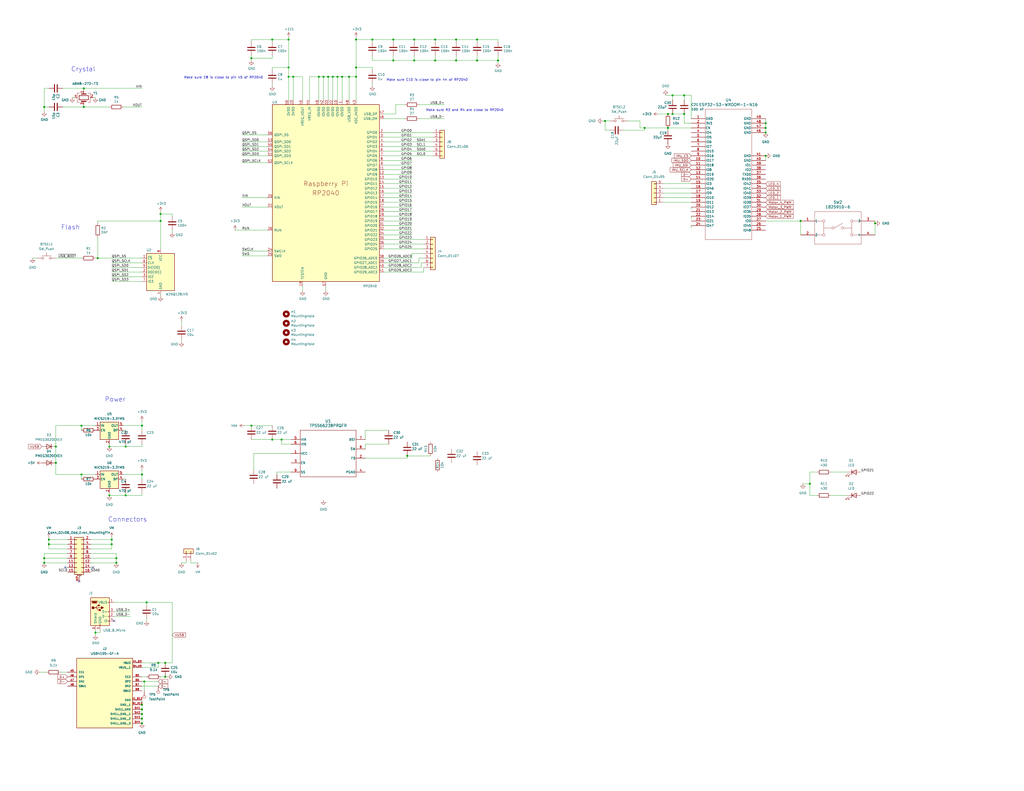
<source format=kicad_sch>
(kicad_sch (version 20250114) (generator "eeschema") (generator_version "9.0")
  (paper "C")
  (text "Make sure C8 is close to pin 45 of RP2040" (at 100.33 43.18 0) (effects (font (size 1.27 1.27)) (justify left bottom)))
  (text "Crystal" (at 38.735 39.37 0) (effects (font (size 2.54 2.54)) (justify left bottom)))
  (text "Make sure R3 and R4 are close to RP2040" (at 232.41 60.96 0) (effects (font (size 1.27 1.27)) (justify left bottom)))
  (text "Make sure C10 is close to pin 44 of RP2040" (at 210.82 44.45 0) (effects (font (size 1.27 1.27)) (justify left bottom)))
  (text "Flash" (at 33.274 125.73 0) (effects (font (size 2.54 2.54)) (justify left bottom)))
  (text "Power" (at 57.15 219.71 0) (effects (font (size 2.54 2.54)) (justify left bottom)))
  (text "Connectors\n" (at 58.928 285.242 0) (effects (font (size 2.54 2.54)) (justify left bottom)))
  (junction (at 45.72 48.26))
  (junction (at 186.69 41.91))
  (junction (at 24.13 307.34))
  (junction (at 248.92 33.02))
  (junction (at 417.83 72.39))
  (junction (at 26.67 294.64))
  (junction (at 157.48 41.91))
  (junction (at 87.63 120.65))
  (junction (at 367.03 62.23))
  (junction (at 237.49 21.59))
  (junction (at 364.49 62.23))
  (junction (at 190.5 41.91))
  (junction (at 148.59 21.59))
  (junction (at 86.36 361.95))
  (junction (at 179.07 41.91))
  (junction (at 214.63 21.59))
  (junction (at 226.06 33.02))
  (junction (at 194.31 21.59))
  (junction (at 53.34 140.97))
  (junction (at 90.17 369.57))
  (junction (at 181.61 41.91))
  (junction (at 214.63 33.02))
  (junction (at 30.48 243.84))
  (junction (at 24.13 304.8))
  (junction (at 248.92 21.59))
  (junction (at 59.69 270.51))
  (junction (at 441.96 264.16))
  (junction (at 52.07 345.44))
  (junction (at 373.38 62.23))
  (junction (at 153.67 240.03))
  (junction (at 417.83 85.09))
  (junction (at 364.49 69.85))
  (junction (at 373.38 52.07))
  (junction (at 137.16 31.75))
  (junction (at 60.96 294.64))
  (junction (at 330.2 66.04))
  (junction (at 90.17 361.95))
  (junction (at 45.72 58.42))
  (junction (at 63.5 307.34))
  (junction (at 184.15 41.91))
  (junction (at 30.48 252.73))
  (junction (at 160.02 41.91))
  (junction (at 77.47 389.89))
  (junction (at 417.83 69.85))
  (junction (at 60.96 297.18))
  (junction (at 176.53 41.91))
  (junction (at 68.58 270.51))
  (junction (at 157.48 21.59))
  (junction (at 260.35 33.02))
  (junction (at 77.47 259.08))
  (junction (at 137.16 232.41))
  (junction (at 173.99 41.91))
  (junction (at 226.06 21.59))
  (junction (at 148.59 240.03))
  (junction (at 222.25 248.92))
  (junction (at 24.13 58.42))
  (junction (at 59.69 243.84))
  (junction (at 87.63 116.84))
  (junction (at 157.48 36.83))
  (junction (at 77.47 387.35))
  (junction (at 436.88 120.65))
  (junction (at 44.45 259.08))
  (junction (at 271.78 33.02))
  (junction (at 194.31 36.83))
  (junction (at 203.2 21.59))
  (junction (at 417.83 67.31))
  (junction (at 77.47 394.97))
  (junction (at 78.74 372.11))
  (junction (at 77.47 392.43))
  (junction (at 260.35 21.59))
  (junction (at 63.5 304.8))
  (junction (at 194.31 41.91))
  (junction (at 77.47 232.41))
  (junction (at 351.79 69.85))
  (junction (at 44.45 232.41))
  (junction (at 77.47 384.81))
  (junction (at 80.01 328.93))
  (junction (at 367.03 52.07))
  (junction (at 68.58 243.84))
  (junction (at 26.67 297.18))
  (junction (at 237.49 33.02))
  (junction (at 477.52 121.92))
  (no_connect (at 62.23 339.09))
  (no_connect (at 43.18 317.5))
  (no_connect (at 35.56 309.88))
  (no_connect (at 50.8 309.88))
  (wire (pts (xy 194.31 20.32) (xy 194.31 21.59)))
  (wire (pts (xy 34.29 48.26) (xy 45.72 48.26)))
  (wire (pts (xy 137.16 21.59) (xy 148.59 21.59)))
  (wire (pts (xy 209.55 62.23) (xy 215.9 62.23)))
  (wire (pts (xy 417.83 85.09) (xy 417.83 87.63)))
  (wire (pts (xy 68.58 243.84) (xy 68.58 242.57)))
  (wire (pts (xy 36.83 299.72) (xy 26.67 299.72)))
  (wire (pts (xy 59.69 270.51) (xy 59.69 269.24)))
  (wire (pts (xy 44.45 259.08) (xy 52.07 259.08)))
  (wire (pts (xy 24.13 302.26) (xy 24.13 304.8)))
  (wire (pts (xy 49.53 297.18) (xy 60.96 297.18)))
  (wire (pts (xy 237.49 21.59) (xy 248.92 21.59)))
  (wire (pts (xy 93.98 328.93) (xy 80.01 328.93)))
  (wire (pts (xy 30.48 243.84) (xy 30.48 252.73)))
  (wire (pts (xy 68.58 261.62) (xy 67.31 261.62)))
  (wire (pts (xy 60.96 299.72) (xy 60.96 297.18)))
  (wire (pts (xy 361.95 102.87) (xy 377.19 102.87)))
  (wire (pts (xy 86.36 361.95) (xy 90.17 361.95)))
  (wire (pts (xy 199.39 234.95) (xy 199.39 240.03)))
  (wire (pts (xy 78.74 377.19) (xy 78.74 372.11)))
  (wire (pts (xy 36.83 294.64) (xy 26.67 294.64)))
  (wire (pts (xy 441.96 257.81) (xy 441.96 264.16)))
  (wire (pts (xy 77.47 382.27) (xy 77.47 384.81)))
  (wire (pts (xy 209.55 148.59) (xy 231.14 148.59)))
  (wire (pts (xy 50.8 53.34) (xy 52.07 53.34)))
  (wire (pts (xy 45.72 57.15) (xy 45.72 58.42)))
  (wire (pts (xy 231.14 146.05) (xy 231.14 148.59)))
  (wire (pts (xy 52.07 344.17) (xy 52.07 345.44)))
  (wire (pts (xy 93.98 328.93) (xy 93.98 361.95)))
  (wire (pts (xy 438.15 264.16) (xy 441.96 264.16)))
  (wire (pts (xy 50.8 309.88) (xy 49.53 309.88)))
  (wire (pts (xy 209.55 125.73) (xy 224.79 125.73)))
  (wire (pts (xy 173.99 41.91) (xy 176.53 41.91)))
  (wire (pts (xy 209.55 80.01) (xy 236.22 80.01)))
  (wire (pts (xy 87.63 369.57) (xy 90.17 369.57)))
  (wire (pts (xy 77.47 148.59) (xy 60.96 148.59)))
  (wire (pts (xy 86.36 374.65) (xy 77.47 374.65)))
  (wire (pts (xy 148.59 240.03) (xy 153.67 240.03)))
  (wire (pts (xy 26.67 293.37) (xy 26.67 294.64)))
  (wire (pts (xy 59.69 243.84) (xy 68.58 243.84)))
  (wire (pts (xy 215.9 57.15) (xy 215.9 62.23)))
  (wire (pts (xy 377.19 124.46) (xy 377.19 123.19)))
  (wire (pts (xy 194.31 41.91) (xy 194.31 54.61)))
  (wire (pts (xy 165.1 156.21) (xy 165.1 158.75)))
  (wire (pts (xy 332.74 71.12) (xy 330.2 71.12)))
  (wire (pts (xy 222.25 250.19) (xy 222.25 248.92)))
  (wire (pts (xy 26.67 48.26) (xy 24.13 48.26)))
  (wire (pts (xy 93.98 118.11) (xy 93.98 116.84)))
  (wire (pts (xy 44.45 232.41) (xy 52.07 232.41)))
  (wire (pts (xy 186.69 41.91) (xy 190.5 41.91)))
  (wire (pts (xy 77.47 270.51) (xy 77.47 269.24)))
  (wire (pts (xy 209.55 135.89) (xy 231.14 135.89)))
  (wire (pts (xy 80.01 337.82) (xy 80.01 339.09)))
  (wire (pts (xy 49.53 304.8) (xy 63.5 304.8)))
  (wire (pts (xy 49.53 294.64) (xy 60.96 294.64)))
  (wire (pts (xy 93.98 116.84) (xy 87.63 116.84)))
  (wire (pts (xy 146.05 88.9) (xy 132.08 88.9)))
  (wire (pts (xy 203.2 30.48) (xy 203.2 33.02)))
  (wire (pts (xy 168.91 54.61) (xy 168.91 41.91)))
  (wire (pts (xy 62.23 336.55) (xy 71.12 336.55)))
  (wire (pts (xy 45.72 49.53) (xy 45.72 48.26)))
  (wire (pts (xy 33.02 367.03) (xy 36.83 367.03)))
  (wire (pts (xy 228.6 57.15) (xy 242.57 57.15)))
  (wire (pts (xy 209.55 92.71) (xy 224.79 92.71)))
  (wire (pts (xy 77.47 151.13) (xy 60.96 151.13)))
  (wire (pts (xy 137.16 31.75) (xy 148.59 31.75)))
  (wire (pts (xy 148.59 31.75) (xy 148.59 30.48)))
  (wire (pts (xy 137.16 31.75) (xy 137.16 33.02)))
  (wire (pts (xy 87.63 161.925) (xy 87.63 161.29)))
  (wire (pts (xy 228.6 64.77) (xy 242.57 64.77)))
  (wire (pts (xy 194.31 36.83) (xy 194.31 41.91)))
  (wire (pts (xy 214.63 33.02) (xy 203.2 33.02)))
  (wire (pts (xy 417.83 67.31) (xy 417.83 69.85)))
  (wire (pts (xy 190.5 41.91) (xy 194.31 41.91)))
  (wire (pts (xy 271.78 30.48) (xy 271.78 33.02)))
  (wire (pts (xy 146.05 113.03) (xy 132.08 113.03)))
  (wire (pts (xy 86.36 364.49) (xy 86.36 361.95)))
  (wire (pts (xy 87.63 116.84) (xy 87.63 120.65)))
  (wire (pts (xy 77.47 234.95) (xy 77.47 232.41)))
  (wire (pts (xy 53.34 129.54) (xy 53.34 140.97)))
  (wire (pts (xy 158.75 257.81) (xy 151.13 257.81)))
  (wire (pts (xy 367.03 62.23) (xy 373.38 62.23)))
  (wire (pts (xy 44.45 259.08) (xy 44.45 261.62)))
  (wire (pts (xy 441.96 270.51) (xy 445.77 270.51)))
  (wire (pts (xy 209.55 97.79) (xy 224.79 97.79)))
  (wire (pts (xy 436.88 120.65) (xy 436.88 128.27)))
  (wire (pts (xy 212.09 234.95) (xy 199.39 234.95)))
  (wire (pts (xy 68.58 243.84) (xy 77.47 243.84)))
  (wire (pts (xy 176.53 54.61) (xy 176.53 41.91)))
  (wire (pts (xy 133.35 232.41) (xy 137.16 232.41)))
  (wire (pts (xy 209.55 95.25) (xy 224.79 95.25)))
  (wire (pts (xy 214.63 30.48) (xy 214.63 33.02)))
  (wire (pts (xy 77.47 153.67) (xy 60.96 153.67)))
  (wire (pts (xy 132.08 82.55) (xy 146.05 82.55)))
  (wire (pts (xy 77.47 261.62) (xy 77.47 259.08)))
  (wire (pts (xy 361.95 100.33) (xy 377.19 100.33)))
  (wire (pts (xy 186.69 41.91) (xy 186.69 54.61)))
  (wire (pts (xy 146.05 137.16) (xy 132.08 137.16)))
  (wire (pts (xy 203.2 38.1) (xy 203.2 36.83)))
  (wire (pts (xy 226.06 22.86) (xy 226.06 21.59)))
  (wire (pts (xy 373.38 67.31) (xy 373.38 62.23)))
  (wire (pts (xy 271.78 22.86) (xy 271.78 21.59)))
  (wire (pts (xy 132.08 80.01) (xy 146.05 80.01)))
  (wire (pts (xy 260.35 22.86) (xy 260.35 21.59)))
  (wire (pts (xy 157.48 20.32) (xy 157.48 21.59)))
  (wire (pts (xy 60.96 297.18) (xy 60.96 294.64)))
  (wire (pts (xy 62.23 328.93) (xy 80.01 328.93)))
  (wire (pts (xy 87.63 120.65) (xy 87.63 135.89)))
  (wire (pts (xy 138.43 247.65) (xy 138.43 256.54)))
  (wire (pts (xy 209.55 107.95) (xy 224.79 107.95)))
  (wire (pts (xy 148.59 45.72) (xy 148.59 46.99)))
  (wire (pts (xy 222.25 248.92) (xy 234.95 248.92)))
  (wire (pts (xy 49.53 299.72) (xy 60.96 299.72)))
  (wire (pts (xy 160.02 54.61) (xy 160.02 41.91)))
  (wire (pts (xy 361.95 110.49) (xy 377.19 110.49)))
  (wire (pts (xy 68.58 234.95) (xy 67.31 234.95)))
  (wire (pts (xy 214.63 22.86) (xy 214.63 21.59)))
  (wire (pts (xy 194.31 21.59) (xy 203.2 21.59)))
  (wire (pts (xy 26.67 294.64) (xy 26.67 297.18)))
  (wire (pts (xy 194.31 36.83) (xy 203.2 36.83)))
  (wire (pts (xy 477.52 121.92) (xy 477.52 128.27)))
  (wire (pts (xy 417.83 64.77) (xy 417.83 67.31)))
  (wire (pts (xy 477.52 120.65) (xy 477.52 121.92)))
  (wire (pts (xy 77.47 389.89) (xy 77.47 392.43)))
  (wire (pts (xy 248.92 33.02) (xy 237.49 33.02)))
  (wire (pts (xy 215.9 57.15) (xy 220.98 57.15)))
  (wire (pts (xy 229.87 143.51) (xy 229.87 146.05)))
  (wire (pts (xy 237.49 30.48) (xy 237.49 33.02)))
  (wire (pts (xy 77.47 256.54) (xy 77.47 259.08)))
  (wire (pts (xy 52.07 345.44) (xy 52.07 346.71)))
  (wire (pts (xy 209.55 85.09) (xy 236.22 85.09)))
  (wire (pts (xy 59.69 243.84) (xy 59.69 242.57)))
  (wire (pts (xy 49.53 307.34) (xy 63.5 307.34)))
  (wire (pts (xy 441.96 264.16) (xy 441.96 270.51)))
  (wire (pts (xy 137.16 240.03) (xy 148.59 240.03)))
  (wire (pts (xy 199.39 242.57) (xy 199.39 245.11)))
  (wire (pts (xy 36.83 302.26) (xy 24.13 302.26)))
  (wire (pts (xy 24.13 58.42) (xy 24.13 60.96)))
  (wire (pts (xy 24.13 304.8) (xy 24.13 307.34)))
  (wire (pts (xy 36.83 304.8) (xy 24.13 304.8)))
  (wire (pts (xy 363.22 52.07) (xy 367.03 52.07)))
  (wire (pts (xy 226.06 33.02) (xy 214.63 33.02)))
  (wire (pts (xy 87.63 115.57) (xy 87.63 116.84)))
  (wire (pts (xy 417.83 120.65) (xy 436.88 120.65)))
  (wire (pts (xy 21.59 367.03) (xy 25.4 367.03)))
  (wire (pts (xy 35.56 309.88) (xy 36.83 309.88)))
  (wire (pts (xy 54.61 344.17) (xy 54.61 345.44)))
  (wire (pts (xy 78.74 372.11) (xy 77.47 372.11)))
  (wire (pts (xy 417.83 69.85) (xy 417.83 72.39)))
  (wire (pts (xy 209.55 100.33) (xy 224.79 100.33)))
  (wire (pts (xy 377.19 114.3) (xy 377.19 113.03)))
  (wire (pts (xy 260.35 21.59) (xy 271.78 21.59)))
  (wire (pts (xy 77.47 243.84) (xy 77.47 242.57)))
  (wire (pts (xy 146.05 73.66) (xy 132.08 73.66)))
  (wire (pts (xy 377.19 67.31) (xy 373.38 67.31)))
  (wire (pts (xy 107.95 307.34) (xy 104.14 307.34)))
  (wire (pts (xy 179.07 41.91) (xy 181.61 41.91)))
  (wire (pts (xy 214.63 21.59) (xy 226.06 21.59)))
  (wire (pts (xy 63.5 304.8) (xy 63.5 307.34)))
  (wire (pts (xy 77.47 369.57) (xy 80.01 369.57)))
  (wire (pts (xy 24.13 307.34) (xy 36.83 307.34)))
  (wire (pts (xy 54.61 345.44) (xy 52.07 345.44)))
  (wire (pts (xy 59.69 270.51) (xy 68.58 270.51)))
  (wire (pts (xy 226.06 21.59) (xy 237.49 21.59)))
  (wire (pts (xy 67.31 58.42) (xy 77.47 58.42)))
  (wire (pts (xy 173.99 54.61) (xy 173.99 41.91)))
  (wire (pts (xy 148.59 21.59) (xy 157.48 21.59)))
  (wire (pts (xy 77.47 387.35) (xy 77.47 389.89)))
  (wire (pts (xy 77.47 364.49) (xy 86.36 364.49)))
  (wire (pts (xy 361.95 105.41) (xy 377.19 105.41)))
  (wire (pts (xy 351.79 69.85) (xy 364.49 69.85)))
  (wire (pts (xy 36.83 297.18) (xy 26.67 297.18)))
  (wire (pts (xy 248.92 22.86) (xy 248.92 21.59)))
  (wire (pts (xy 153.67 242.57) (xy 153.67 240.03)))
  (wire (pts (xy 328.93 66.04) (xy 330.2 66.04)))
  (wire (pts (xy 209.55 74.93) (xy 236.22 74.93)))
  (wire (pts (xy 364.49 69.85) (xy 364.49 71.12)))
  (wire (pts (xy 237.49 33.02) (xy 226.06 33.02)))
  (wire (pts (xy 30.48 232.41) (xy 30.48 243.84)))
  (wire (pts (xy 44.45 232.41) (xy 30.48 232.41)))
  (wire (pts (xy 181.61 54.61) (xy 181.61 41.91)))
  (wire (pts (xy 359.41 62.23) (xy 364.49 62.23)))
  (wire (pts (xy 45.72 58.42) (xy 59.69 58.42)))
  (wire (pts (xy 203.2 21.59) (xy 214.63 21.59)))
  (wire (pts (xy 151.13 257.81) (xy 151.13 259.08)))
  (wire (pts (xy 209.55 110.49) (xy 224.79 110.49)))
  (wire (pts (xy 453.39 270.51) (xy 462.28 270.51)))
  (wire (pts (xy 237.49 22.86) (xy 237.49 21.59)))
  (wire (pts (xy 209.55 102.87) (xy 224.79 102.87)))
  (wire (pts (xy 67.31 259.08) (xy 77.47 259.08)))
  (wire (pts (xy 99.06 307.34) (xy 101.6 307.34)))
  (wire (pts (xy 377.19 52.07) (xy 377.19 64.77)))
  (wire (pts (xy 168.91 41.91) (xy 173.99 41.91)))
  (wire (pts (xy 179.07 54.61) (xy 179.07 41.91)))
  (wire (pts (xy 132.08 77.47) (xy 146.05 77.47)))
  (wire (pts (xy 364.49 69.85) (xy 377.19 69.85)))
  (wire (pts (xy 231.14 143.51) (xy 229.87 143.51)))
  (wire (pts (xy 158.75 247.65) (xy 138.43 247.65)))
  (wire (pts (xy 209.55 115.57) (xy 224.79 115.57)))
  (wire (pts (xy 77.47 384.81) (xy 77.47 387.35)))
  (wire (pts (xy 77.47 392.43) (xy 77.47 394.97)))
  (wire (pts (xy 209.55 123.19) (xy 224.79 123.19)))
  (wire (pts (xy 67.31 232.41) (xy 77.47 232.41)))
  (wire (pts (xy 24.13 48.26) (xy 24.13 58.42)))
  (wire (pts (xy 99.06 185.42) (xy 99.06 186.69)))
  (wire (pts (xy 60.96 143.51) (xy 77.47 143.51)))
  (wire (pts (xy 181.61 41.91) (xy 184.15 41.91)))
  (wire (pts (xy 349.25 66.04) (xy 349.25 69.85)))
  (wire (pts (xy 330.2 66.04) (xy 332.74 66.04)))
  (wire (pts (xy 132.08 107.95) (xy 146.05 107.95)))
  (wire (pts (xy 209.55 146.05) (xy 229.87 146.05)))
  (wire (pts (xy 34.29 58.42) (xy 45.72 58.42)))
  (wire (pts (xy 80.01 330.2) (xy 80.01 328.93)))
  (wire (pts (xy 260.35 33.02) (xy 248.92 33.02)))
  (wire (pts (xy 30.48 140.97) (xy 44.45 140.97)))
  (wire (pts (xy 137.16 22.86) (xy 137.16 21.59)))
  (wire (pts (xy 77.47 146.05) (xy 60.96 146.05)))
  (wire (pts (xy 165.1 54.61) (xy 165.1 41.91)))
  (wire (pts (xy 209.55 82.55) (xy 236.22 82.55)))
  (wire (pts (xy 30.48 259.08) (xy 44.45 259.08)))
  (wire (pts (xy 231.14 138.43) (xy 224.79 138.43)))
  (wire (pts (xy 177.8 156.21) (xy 177.8 158.75)))
  (wire (pts (xy 209.55 72.39) (xy 236.22 72.39)))
  (wire (pts (xy 248.92 21.59) (xy 260.35 21.59)))
  (wire (pts (xy 148.59 38.1) (xy 148.59 36.83)))
  (wire (pts (xy 351.79 71.12) (xy 351.79 69.85)))
  (wire (pts (xy 132.08 85.09) (xy 146.05 85.09)))
  (wire (pts (xy 373.38 52.07) (xy 377.19 52.07)))
  (wire (pts (xy 26.67 58.42) (xy 24.13 58.42)))
  (wire (pts (xy 63.5 302.26) (xy 63.5 304.8)))
  (wire (pts (xy 104.14 306.07) (xy 104.14 307.34)))
  (wire (pts (xy 209.55 128.27) (xy 224.79 128.27)))
  (wire (pts (xy 209.55 133.35) (xy 231.14 133.35)))
  (wire (pts (xy 44.45 232.41) (xy 44.45 234.95)))
  (wire (pts (xy 209.55 140.97) (xy 224.79 140.97)))
  (wire (pts (xy 176.53 41.91) (xy 179.07 41.91)))
  (wire (pts (xy 203.2 22.86) (xy 203.2 21.59)))
  (wire (pts (xy 165.1 41.91) (xy 160.02 41.91)))
  (wire (pts (xy 39.37 53.34) (xy 40.64 53.34)))
  (wire (pts (xy 148.59 22.86) (xy 148.59 21.59)))
  (wire (pts (xy 340.36 71.12) (xy 351.79 71.12)))
  (wire (pts (xy 86.36 372.11) (xy 78.74 372.11)))
  (wire (pts (xy 209.55 105.41) (xy 224.79 105.41)))
  (wire (pts (xy 271.78 33.02) (xy 271.78 34.29)))
  (wire (pts (xy 157.48 36.83) (xy 157.48 41.91)))
  (wire (pts (xy 53.34 121.92) (xy 53.34 120.65)))
  (wire (pts (xy 199.39 242.57) (xy 212.09 242.57)))
  (wire (pts (xy 209.55 130.81) (xy 231.14 130.81)))
  (wire (pts (xy 209.55 64.77) (xy 220.98 64.77)))
  (wire (pts (xy 199.39 250.19) (xy 222.25 250.19)))
  (wire (pts (xy 60.96 294.64) (xy 60.96 293.37)))
  (wire (pts (xy 445.77 257.81) (xy 441.96 257.81)))
  (wire (pts (xy 209.55 113.03) (xy 224.79 113.03)))
  (wire (pts (xy 453.39 257.81) (xy 462.28 257.81)))
  (wire (pts (xy 228.6 140.97) (xy 228.6 143.51)))
  (wire (pts (xy 226.06 30.48) (xy 226.06 33.02)))
  (wire (pts (xy 53.34 120.65) (xy 87.63 120.65)))
  (wire (pts (xy 248.92 30.48) (xy 248.92 33.02)))
  (wire (pts (xy 209.55 120.65) (xy 224.79 120.65)))
  (wire (pts (xy 364.49 62.23) (xy 367.03 62.23)))
  (wire (pts (xy 53.34 140.97) (xy 77.47 140.97)))
  (wire (pts (xy 190.5 54.61) (xy 190.5 41.91)))
  (wire (pts (xy 68.58 270.51) (xy 77.47 270.51)))
  (wire (pts (xy 68.58 270.51) (xy 68.58 269.24)))
  (wire (pts (xy 209.55 87.63) (xy 224.79 87.63)))
  (wire (pts (xy 49.53 302.26) (xy 63.5 302.26)))
  (wire (pts (xy 26.67 299.72) (xy 26.67 297.18)))
  (wire (pts (xy 52.07 140.97) (xy 53.34 140.97)))
  (wire (pts (xy 128.27 125.73) (xy 146.05 125.73)))
  (wire (pts (xy 342.9 66.04) (xy 349.25 66.04)))
  (wire (pts (xy 203.2 45.72) (xy 203.2 46.99)))
  (wire (pts (xy 157.48 21.59) (xy 157.48 36.83)))
  (wire (pts (xy 231.14 140.97) (xy 228.6 140.97)))
  (wire (pts (xy 90.17 369.57) (xy 91.44 369.57)))
  (wire (pts (xy 160.02 41.91) (xy 157.48 41.91)))
  (wire (pts (xy 101.6 307.34) (xy 101.6 306.07)))
  (wire (pts (xy 137.16 232.41) (xy 148.59 232.41)))
  (wire (pts (xy 62.23 334.01) (xy 71.12 334.01)))
  (wire (pts (xy 148.59 36.83) (xy 157.48 36.83)))
  (wire (pts (xy 146.05 139.7) (xy 132.08 139.7)))
  (wire (pts (xy 99.06 175.26) (xy 99.06 177.8)))
  (wire (pts (xy 209.55 77.47) (xy 236.22 77.47)))
  (wire (pts (xy 260.35 30.48) (xy 260.35 33.02)))
  (wire (pts (xy 77.47 229.87) (xy 77.47 232.41)))
  (wire (pts (xy 373.38 52.07) (xy 373.38 54.61)))
  (wire (pts (xy 93.98 125.73) (xy 93.98 127)))
  (wire (pts (xy 361.95 107.95) (xy 377.19 107.95)))
  (wire (pts (xy 209.55 118.11) (xy 224.79 118.11)))
  (wire (pts (xy 77.47 361.95) (xy 86.36 361.95)))
  (wire (pts (xy 93.98 361.95) (xy 90.17 361.95)))
  (wire (pts (xy 224.79 138.43) (xy 224.79 140.97)))
  (wire (pts (xy 45.72 48.26) (xy 77.47 48.26)))
  (wire (pts (xy 20.32 140.97) (xy 17.78 140.97)))
  (wire (pts (xy 153.67 240.03) (xy 158.75 240.03)))
  (wire (pts (xy 157.48 41.91) (xy 157.48 54.61)))
  (wire (pts (xy 349.25 69.85) (xy 351.79 69.85)))
  (wire (pts (xy 30.48 259.08) (xy 30.48 252.73)))
  (wire (pts (xy 330.2 66.04) (xy 330.2 71.12)))
  (wire (pts (xy 377.19 119.38) (xy 377.19 118.11)))
  (wire (pts (xy 184.15 54.61) (xy 184.15 41.91)))
  (wire (pts (xy 367.03 52.07) (xy 367.03 54.61)))
  (wire (pts (xy 194.31 21.59) (xy 194.31 36.83)))
  (wire (pts (xy 367.03 52.07) (xy 373.38 52.07)))
  (wire (pts (xy 209.55 90.17) (xy 224.79 90.17)))
  (wire (pts (xy 137.16 30.48) (xy 137.16 31.75)))
  (wire (pts (xy 260.35 33.02) (xy 271.78 33.02)))
  (wire (pts (xy 184.15 41.91) (xy 186.69 41.91)))
  (wire (pts (xy 209.55 143.51) (xy 228.6 143.51)))
  (wire (pts (xy 158.75 242.57) (xy 153.67 242.57)))
  (label "GPIO4" (at 224.79 82.55 180))
  (label "GPIO7" (at 224.79 90.17 180))
  (label "SDA1" (at 227.33 77.47 0))
  (label "GPIO3" (at 224.79 80.01 180))
  (label "QSPI_SD2" (at 132.08 82.55 0))
  (label "GPIO16" (at 224.79 113.03 180))
  (label "GPIO19" (at 224.79 120.65 180))
  (label "GPIO1" (at 224.79 74.93 180))
  (label "GPIO9" (at 224.79 95.25 180))
  (label "GPIO21" (at 469.9 257.81 0))
  (label "GPIO21" (at 224.79 125.73 180))
  (label "SDA0" (at 227.33 82.55 0))
  (label "XIN" (at 77.47 48.26 180))
  (label "GPIO0" (at 224.79 72.39 180))
  (label "XOUT" (at 77.47 58.42 180))
  (label "GPIO20" (at 224.79 123.19 180))
  (label "~{USB_BOOT}" (at 31.75 140.97 0))
  (label "GPIO24" (at 224.79 133.35 180))
  (label "QSPI_SD3" (at 60.96 153.67 0))
  (label "SCL1" (at 227.33 80.01 0))
  (label "QSPI_SD0" (at 60.96 146.05 0))
  (label "USB_D+" (at 242.57 57.15 180))
  (label "GPIO5" (at 224.79 85.09 180))
  (label "SWCLK" (at 132.08 137.16 0))
  (label "GPIO15" (at 224.79 110.49 180))
  (label "GPIO26_ADC0" (at 224.79 140.97 180))
  (label "QSPI_SS" (at 132.08 73.66 0))
  (label "GPIO17" (at 224.79 115.57 180))
  (label "GPIO22" (at 224.79 128.27 180))
  (label "GPIO11" (at 224.79 100.33 180))
  (label "GPIO29_ADC3" (at 224.79 148.59 180))
  (label "SDA0" (at 49.53 312.42 0))
  (label "QSPI_SD3" (at 132.08 85.09 0))
  (label "GPIO23" (at 224.79 130.81 180))
  (label "GPIO10" (at 224.79 97.79 180))
  (label "GPIO14" (at 224.79 107.95 180))
  (label "USB_D+" (at 71.12 334.01 180))
  (label "USB_D-" (at 242.57 64.77 180))
  (label "QSPI_SCLK" (at 132.08 88.9 0))
  (label "GPIO13" (at 224.79 105.41 180))
  (label "GPIO18" (at 224.79 118.11 180))
  (label "GPIO6" (at 224.79 87.63 180))
  (label "QSPI_SS" (at 60.96 140.97 0))
  (label "XIN" (at 132.08 107.95 0))
  (label "SCL0" (at 227.33 85.09 0))
  (label "GPIO28_ADC2" (at 224.79 146.05 180))
  (label "QSPI_SD2" (at 60.96 151.13 0))
  (label "RUN" (at 132.08 125.73 0))
  (label "GPIO27_ADC1" (at 224.79 143.51 180))
  (label "GPIO12" (at 224.79 102.87 180))
  (label "QSPI_SCLK" (at 60.96 143.51 0))
  (label "QSPI_SD1" (at 132.08 80.01 0))
  (label "GPIO25" (at 224.79 135.89 180))
  (label "GPIO2" (at 224.79 77.47 180))
  (label "GPIO22" (at 469.9 270.51 0))
  (label "USB_D-" (at 71.12 336.55 180))
  (label "SWD" (at 132.08 139.7 0))
  (label "GPIO8" (at 224.79 92.71 180))
  (label "QSPI_SD0" (at 132.08 77.47 0))
  (label "XOUT" (at 132.08 113.03 0))
  (label "SCL0" (at 36.83 312.42 180))
  (label "QSPI_SD1" (at 60.96 148.59 0))
  (global_label "LED_2" (shape input) (at 417.83 105.41 0) (property "Intersheetrefs" "${INTERSHEET_REFS}" (effects (hide yes))))
  (global_label "LED_4" (shape input) (at 417.83 100.33 0) (property "Intersheetrefs" "${INTERSHEET_REFS}" (effects (hide yes))))
  (global_label "IMU_SCLK" (shape input) (at 377.19 92.71 180) (property "Intersheetrefs" "${INTERSHEET_REFS}" (effects (hide yes))))
  (global_label "D-" (shape input) (at 377.19 95.25 180) (property "Intersheetrefs" "${INTERSHEET_REFS}" (effects (hide yes))))
  (global_label "LED_1" (shape input) (at 417.83 107.95 0) (property "Intersheetrefs" "${INTERSHEET_REFS}" (effects (hide yes))))
  (global_label "LED_3" (shape input) (at 417.83 102.87 0) (property "Intersheetrefs" "${INTERSHEET_REFS}" (effects (hide yes))))
  (global_label "D-" (shape input) (at 86.36 374.65 0) (property "Intersheetrefs" "${INTERSHEET_REFS}" (effects (hide yes))))
  (global_label "D+" (shape input) (at 86.36 372.11 0) (property "Intersheetrefs" "${INTERSHEET_REFS}" (effects (hide yes))))
  (global_label "D+" (shape input) (at 36.83 369.57 180) (property "Intersheetrefs" "${INTERSHEET_REFS}" (effects (hide yes))))
  (global_label "Motor_1_PWM" (shape input) (at 417.83 118.11 0) (property "Intersheetrefs" "${INTERSHEET_REFS}" (effects (hide yes))))
  (global_label "VUSB" (shape input) (at 22.86 243.84 180) (property "Intersheetrefs" "${INTERSHEET_REFS}" (effects (hide yes))))
  (global_label "IMU_SDI" (shape input) (at 377.19 90.17 180) (property "Intersheetrefs" "${INTERSHEET_REFS}" (effects (hide yes))))
  (global_label "Motor_4_PWM" (shape input) (at 417.83 110.49 0) (property "Intersheetrefs" "${INTERSHEET_REFS}" (effects (hide yes))))
  (global_label "Motor_3_PWM" (shape input) (at 417.83 113.03 0) (property "Intersheetrefs" "${INTERSHEET_REFS}" (effects (hide yes))))
  (global_label "D+" (shape input) (at 377.19 97.79 180) (property "Intersheetrefs" "${INTERSHEET_REFS}" (effects (hide yes))))
  (global_label "D-" (shape input) (at 36.83 372.11 180) (property "Intersheetrefs" "${INTERSHEET_REFS}" (effects (hide yes))))
  (global_label "IMU_CS" (shape input) (at 377.19 85.09 180) (property "Intersheetrefs" "${INTERSHEET_REFS}" (effects (hide yes))))
  (global_label "Motor_2_PWM" (shape input) (at 417.83 115.57 0) (property "Intersheetrefs" "${INTERSHEET_REFS}" (effects (hide yes))))
  (global_label "IMU_SDO" (shape input) (at 377.19 87.63 180) (property "Intersheetrefs" "${INTERSHEET_REFS}" (effects (hide yes))))
  (global_label "VUSB" (shape input) (at 93.98 346.71 0) (property "Intersheetrefs" "${INTERSHEET_REFS}" (effects (hide yes))))
  (symbol (lib_id "MCU_RaspberryPi_RP2040:RP2040") (at 177.8 105.41 0) (unit 1)
    (property "Reference" "U3" (at 149.86 55.88 0))
    (property "Value" "RP2040" (at 201.93 156.21 0))
    (property "Footprint" "RP2040_minimal:RP2040-QFN-56" (effects (hide yes)))
  )
  (symbol (lib_id "Memory_Flash:W25Q128JVS") (at 87.63 148.59 0) (unit 1)
    (property "Reference" "U2" (at 81.28 136.525 0))
    (property "Value" "W25Q128JVS" (at 96.52 160.655 0))
    (property "Footprint" "Package_SO:SOIC-8_5.23x5.23mm_P1.27mm" (effects (hide yes)))
    (property "Datasheet" "http://www.winbond.com/resource-files/w25q128jv_dtr%20revc%2003272018%20plus.pdf" (effects (hide yes)))
  )
  (symbol (lib_id "power:+3V3") (at 87.63 115.57 0) (unit 1)
    (property "Reference" "#PWR07" (effects (hide yes)))
    (property "Value" "+3V3" (at 88.011 111.1758 0))
  )
  (symbol (lib_id "power:GND") (at 87.63 161.925 0) (unit 1)
    (property "Reference" "#PWR08" (effects (hide yes)))
    (property "Value" "GND" (at 83.82 163.195 0))
  )
  (symbol (lib_id "Device:R") (at 53.34 125.73 0) (unit 1)
    (property "Reference" "R2" (at 55.118 124.5616 0) (effects (justify left)))
    (property "Value" "DNF" (at 55.118 126.873 0) (effects (justify left)))
    (property "Footprint" "Resistor_SMD:R_0603_1608Metric_Pad0.98x0.95mm_HandSolder" (effects (hide yes)))
  )
  (symbol (lib_id "Device:R") (at 48.26 140.97 270) (unit 1)
    (property "Reference" "R1" (at 48.26 135.7122 90))
    (property "Value" "1k" (at 48.26 138.0236 90))
    (property "Footprint" "Resistor_SMD:R_0603_1608Metric_Pad0.98x0.95mm_HandSolder" (effects (hide yes)))
  )
  (symbol (lib_id "Device:C") (at 93.98 121.92 0) (unit 1)
    (property "Reference" "C5" (at 96.901 120.7516 0) (effects (justify left)))
    (property "Value" "100n" (at 96.901 123.063 0) (effects (justify left)))
    (property "Footprint" "Capacitor_SMD:C_0603_1608Metric_Pad1.08x0.95mm_HandSolder" (effects (hide yes)))
  )
  (symbol (lib_id "power:GND") (at 93.98 127 0) (unit 1)
    (property "Reference" "#PWR011" (effects (hide yes)))
    (property "Value" "GND" (at 97.79 128.27 0))
  )
  (symbol (lib_id "Connector:USB_B_Micro") (at 54.61 334.01 0) (unit 1)
    (property "Reference" "J1" (at 50.8 323.85 0) (effects (justify right)))
    (property "Value" "USB_B_Micro" (at 68.58 344.17 0) (effects (justify right)))
    (property "Footprint" "RP2040_minimal:USB_Micro-B_Amphenol_10103594-0001LF_Horizontal_modified" (effects (hide yes)))
  )
  (symbol (lib_id "power:GND") (at 177.8 158.75 0) (unit 1)
    (property "Reference" "#PWR016" (effects (hide yes)))
    (property "Value" "GND" (at 177.927 163.1442 0))
  )
  (symbol (lib_id "power:GND") (at 165.1 158.75 0) (unit 1)
    (property "Reference" "#PWR015" (effects (hide yes)))
    (property "Value" "GND" (at 165.227 163.1442 0))
  )
  (symbol (lib_id "Device:R") (at 224.79 57.15 270) (unit 1)
    (property "Reference" "R3" (at 224.79 51.8922 90))
    (property "Value" "27" (at 224.79 54.2036 90))
    (property "Footprint" "Resistor_SMD:R_0603_1608Metric_Pad0.98x0.95mm_HandSolder" (effects (hide yes)))
  )
  (symbol (lib_id "Device:R") (at 224.79 64.77 270) (unit 1)
    (property "Reference" "R4" (at 224.79 59.5122 90))
    (property "Value" "27" (at 224.79 61.8236 90))
    (property "Footprint" "Resistor_SMD:R_0603_1608Metric_Pad0.98x0.95mm_HandSolder" (effects (hide yes)))
  )
  (symbol (lib_id "power:GND") (at 52.07 346.71 0) (unit 1)
    (property "Reference" "#PWR01" (effects (hide yes)))
    (property "Value" "GND" (at 52.197 351.1042 0))
  )
  (symbol (lib_id "power:+3V3") (at 194.31 20.32 0) (unit 1)
    (property "Reference" "#PWR017" (effects (hide yes)))
    (property "Value" "+3V3" (at 194.691 15.9258 0))
  )
  (symbol (lib_id "power:+1V1") (at 157.48 20.32 0) (unit 1)
    (property "Reference" "#PWR014" (effects (hide yes)))
    (property "Value" "+1V1" (at 157.861 15.9258 0))
  )
  (symbol (lib_id "Device:C") (at 203.2 26.67 0) (unit 1)
    (property "Reference" "C9" (at 206.121 25.5016 0) (effects (justify left)))
    (property "Value" "100n" (at 206.121 27.813 0) (effects (justify left)))
    (property "Footprint" "Capacitor_SMD:C_0603_1608Metric_Pad1.08x0.95mm_HandSolder" (effects (hide yes)))
  )
  (symbol (lib_id "Device:C") (at 214.63 26.67 0) (unit 1)
    (property "Reference" "C11" (at 217.551 25.5016 0) (effects (justify left)))
    (property "Value" "100n" (at 217.551 27.813 0) (effects (justify left)))
    (property "Footprint" "Capacitor_SMD:C_0603_1608Metric_Pad1.08x0.95mm_HandSolder" (effects (hide yes)))
  )
  (symbol (lib_id "Device:C") (at 226.06 26.67 0) (unit 1)
    (property "Reference" "C12" (at 228.981 25.5016 0) (effects (justify left)))
    (property "Value" "100n" (at 228.981 27.813 0) (effects (justify left)))
    (property "Footprint" "Capacitor_SMD:C_0603_1608Metric_Pad1.08x0.95mm_HandSolder" (effects (hide yes)))
  )
  (symbol (lib_id "Device:C") (at 237.49 26.67 0) (unit 1)
    (property "Reference" "C13" (at 240.411 25.5016 0) (effects (justify left)))
    (property "Value" "100n" (at 240.411 27.813 0) (effects (justify left)))
    (property "Footprint" "Capacitor_SMD:C_0603_1608Metric_Pad1.08x0.95mm_HandSolder" (effects (hide yes)))
  )
  (symbol (lib_id "Device:C") (at 248.92 26.67 0) (unit 1)
    (property "Reference" "C14" (at 251.841 25.5016 0) (effects (justify left)))
    (property "Value" "100n" (at 251.841 27.813 0) (effects (justify left)))
    (property "Footprint" "Capacitor_SMD:C_0603_1608Metric_Pad1.08x0.95mm_HandSolder" (effects (hide yes)))
  )
  (symbol (lib_id "Device:C") (at 260.35 26.67 0) (unit 1)
    (property "Reference" "C15" (at 263.271 25.5016 0) (effects (justify left)))
    (property "Value" "100n" (at 263.271 27.813 0) (effects (justify left)))
    (property "Footprint" "Capacitor_SMD:C_0603_1608Metric_Pad1.08x0.95mm_HandSolder" (effects (hide yes)))
  )
  (symbol (lib_id "Device:C") (at 271.78 26.67 0) (unit 1)
    (property "Reference" "C16" (at 274.701 25.5016 0) (effects (justify left)))
    (property "Value" "100n" (at 274.701 27.813 0) (effects (justify left)))
    (property "Footprint" "Capacitor_SMD:C_0603_1608Metric_Pad1.08x0.95mm_HandSolder" (effects (hide yes)))
  )
  (symbol (lib_id "Device:C") (at 137.16 26.67 0) (unit 1)
    (property "Reference" "C6" (at 140.081 25.5016 0) (effects (justify left)))
    (property "Value" "100n" (at 140.081 27.813 0) (effects (justify left)))
    (property "Footprint" "Capacitor_SMD:C_0603_1608Metric_Pad1.08x0.95mm_HandSolder" (effects (hide yes)))
  )
  (symbol (lib_id "Device:C") (at 148.59 26.67 0) (unit 1)
    (property "Reference" "C7" (at 151.511 25.5016 0) (effects (justify left)))
    (property "Value" "100n" (at 151.511 27.813 0) (effects (justify left)))
    (property "Footprint" "Capacitor_SMD:C_0603_1608Metric_Pad1.08x0.95mm_HandSolder" (effects (hide yes)))
  )
  (symbol (lib_id "Device:C") (at 148.59 41.91 0) (unit 1)
    (property "Reference" "C8" (at 151.511 40.7416 0) (effects (justify left)))
    (property "Value" "1u" (at 151.511 43.053 0) (effects (justify left)))
    (property "Footprint" "Capacitor_SMD:C_0603_1608Metric_Pad1.08x0.95mm_HandSolder" (effects (hide yes)))
  )
  (symbol (lib_id "Device:C") (at 203.2 41.91 0) (unit 1)
    (property "Reference" "C10" (at 206.121 40.7416 0) (effects (justify left)))
    (property "Value" "1u" (at 206.121 43.053 0) (effects (justify left)))
    (property "Footprint" "Capacitor_SMD:C_0603_1608Metric_Pad1.08x0.95mm_HandSolder" (effects (hide yes)))
  )
  (symbol (lib_id "Mechanical:MountingHole") (at 156.21 171.45 0) (unit 1)
    (property "Reference" "H1" (at 158.75 170.2816 0) (effects (justify left)))
    (property "Value" "MountingHole" (at 158.75 172.593 0) (effects (justify left)))
    (property "Footprint" "MountingHole:MountingHole_3.2mm_M3_DIN965_Pad_TopBottom" (effects (hide yes)))
  )
  (symbol (lib_id "Mechanical:MountingHole") (at 156.21 176.53 0) (unit 1)
    (property "Reference" "H2" (at 158.75 175.3616 0) (effects (justify left)))
    (property "Value" "MountingHole" (at 158.75 177.673 0) (effects (justify left)))
    (property "Footprint" "MountingHole:MountingHole_3.2mm_M3_DIN965_Pad_TopBottom" (effects (hide yes)))
  )
  (symbol (lib_id "Mechanical:MountingHole") (at 156.21 181.61 0) (unit 1)
    (property "Reference" "H3" (at 158.75 180.4416 0) (effects (justify left)))
    (property "Value" "MountingHole" (at 158.75 182.753 0) (effects (justify left)))
    (property "Footprint" "MountingHole:MountingHole_3.2mm_M3_DIN965_Pad_TopBottom" (effects (hide yes)))
  )
  (symbol (lib_id "Mechanical:MountingHole") (at 156.21 186.69 0) (unit 1)
    (property "Reference" "H4" (at 158.75 185.5216 0) (effects (justify left)))
    (property "Value" "MountingHole" (at 158.75 187.833 0) (effects (justify left)))
    (property "Footprint" "MountingHole:MountingHole_3.2mm_M3_DIN965_Pad_TopBottom" (effects (hide yes)))
  )
  (symbol (lib_id "power:GND") (at 271.78 34.29 0) (unit 1)
    (property "Reference" "#PWR023" (effects (hide yes)))
    (property "Value" "GND" (at 271.907 38.6842 0))
  )
  (symbol (lib_id "power:GND") (at 137.16 33.02 0) (unit 1)
    (property "Reference" "#PWR012" (effects (hide yes)))
    (property "Value" "GND" (at 137.287 37.4142 0))
  )
  (symbol (lib_id "power:GND") (at 148.59 46.99 0) (unit 1)
    (property "Reference" "#PWR013" (effects (hide yes)))
    (property "Value" "GND" (at 148.717 51.3842 0))
  )
  (symbol (lib_id "power:GND") (at 203.2 46.99 0) (unit 1)
    (property "Reference" "#PWR018" (effects (hide yes)))
    (property "Value" "GND" (at 203.327 51.3842 0))
  )
  (symbol (lib_id "Device:C") (at 80.01 334.01 0) (unit 1)
    (property "Reference" "C1" (at 82.931 332.8416 0) (effects (justify left)))
    (property "Value" "10u" (at 82.931 335.153 0) (effects (justify left)))
    (property "Footprint" "Capacitor_SMD:C_0603_1608Metric_Pad1.08x0.95mm_HandSolder" (effects (hide yes)))
  )
  (symbol (lib_id "power:GND") (at 80.01 339.09 0) (unit 1)
    (property "Reference" "#PWR04" (effects (hide yes)))
    (property "Value" "GND" (at 76.2 340.36 0))
  )
  (symbol (lib_id "power:+3V3") (at 99.06 175.26 0) (unit 1)
    (property "Reference" "#PWR024" (effects (hide yes)))
    (property "Value" "+3V3" (at 99.441 170.8658 0))
  )
  (symbol (lib_id "Device:C") (at 99.06 181.61 0) (unit 1)
    (property "Reference" "C17" (at 101.981 180.4416 0) (effects (justify left)))
    (property "Value" "10u" (at 101.981 182.753 0) (effects (justify left)))
    (property "Footprint" "Capacitor_SMD:C_0603_1608Metric_Pad1.08x0.95mm_HandSolder" (effects (hide yes)))
  )
  (symbol (lib_id "power:GND") (at 99.06 186.69 0) (unit 1)
    (property "Reference" "#PWR025" (effects (hide yes)))
    (property "Value" "GND" (at 95.25 187.96 0))
  )
  (symbol (lib_id "Device:C") (at 77.47 238.76 0) (unit 1)
    (property "Reference" "C23" (at 80.01 236.22 0) (effects (justify left)))
    (property "Value" "22 uF" (effects (hide yes)))
    (property "Footprint" "Capacitor_SMD:C_1206_3216Metric_Pad1.33x1.80mm_HandSolder" (effects (hide yes)))
  )
  (symbol (lib_id "power:VMEM") (at 26.67 293.37 0) (unit 1)
    (property "Reference" "#PWR02" (effects (hide yes)))
    (property "Value" "VM" (at 26.67 288.29 0))
    (property "Description" "Power symbol creates a global label with name \"VMEM\"" (effects (hide yes)))
  )
  (symbol (lib_id "Device:D") (at 26.67 252.73 180) (unit 1)
    (property "Reference" "D4" (at 26.67 246.38 0))
    (property "Value" "PMEG3020EXEX" (at 26.67 248.92 0))
    (property "Footprint" "Diode_SMD:D_SOD-123F" (effects (hide yes)))
    (property "Description" "Diode" (effects (hide yes)))
    (property "Sim.Device" "D" (effects (hide yes)))
    (property "Sim.Pins" "1=K 2=A" (effects (hide yes)))
  )
  (symbol (lib_id "Device:C") (at 148.59 236.22 0) (unit 1)
    (property "Reference" "C26" (at 151.13 233.68 0) (effects (justify left)))
    (property "Value" "22 uF" (at 151.13 236.22 0) (effects (justify left)))
    (property "Footprint" "Capacitor_SMD:C_1206_3216Metric_Pad1.33x1.80mm_HandSolder" (effects (hide yes)))
  )
  (symbol (lib_id "Device:R") (at 29.21 367.03 90) (unit 1)
    (property "Reference" "R9" (at 29.21 360.68 90))
    (property "Value" "5.1k" (at 29.21 363.22 90))
    (property "Footprint" "Resistor_SMD:R_0603_1608Metric_Pad0.98x0.95mm_HandSolder" (effects (hide yes)))
    (property "Description" "Resistor" (effects (hide yes)))
  )
  (symbol (lib_id "power:GND") (at 21.59 367.03 270) (unit 1)
    (property "Reference" "#PWR040" (effects (hide yes)))
    (property "Value" "GND" (at 17.78 367.0299 90) (effects (justify right)))
    (property "Description" "Power symbol creates a global label with name \"GND\" , ground" (effects (hide yes)))
  )
  (symbol (lib_id "power:GND") (at 363.22 52.07 180) (unit 1)
    (property "Reference" "#PWR029" (effects (hide yes)))
    (property "Value" "GND" (at 363.22 46.99 0))
    (property "Description" "Power symbol creates a global label with name \"GND\" , ground" (effects (hide yes)))
  )
  (symbol (lib_id "Device:R") (at 48.26 261.62 90) (unit 1)
    (property "Reference" "R7" (at 48.26 261.62 90))
    (property "Value" "10k" (at 48.26 264.16 90))
    (property "Footprint" "Resistor_SMD:R_0603_1608Metric" (effects (hide yes)))
  )
  (symbol (lib_id "Switch:SW_Push") (at 337.82 66.04 0) (unit 1)
    (property "Reference" "BTSEL2" (at 337.82 58.42 0))
    (property "Value" "SW_Push" (at 337.82 60.96 0))
    (property "Footprint" "Button_Switch_THT:SW_PUSH_6mm" (effects (hide yes)))
    (property "Description" "Push button switch, generic, two pins" (effects (hide yes)))
  )
  (symbol (lib_id "power:+3V3") (at 359.41 62.23 90) (unit 1)
    (property "Reference" "#PWR028" (effects (hide yes)))
    (property "Value" "+3V3" (at 355.6 62.2299 90) (effects (justify left)))
    (property "Description" "Power symbol creates a global label with name \"+3V3\"" (effects (hide yes)))
  )
  (symbol (lib_id "Device:C") (at 246.38 248.92 0) (unit 1)
    (property "Reference" "C32" (at 248.92 246.38 0) (effects (justify left)))
    (property "Value" "22 uF" (at 248.92 248.92 0) (effects (justify left)))
    (property "Footprint" "Capacitor_SMD:C_1206_3216Metric_Pad1.33x1.80mm_HandSolder" (effects (hide yes)))
  )
  (symbol (lib_id "power:GND") (at 59.69 270.51 0) (unit 1)
    (property "Reference" "#PWR09" (effects (hide yes)))
    (property "Value" "GND" (at 59.69 275.59 0))
  )
  (symbol (lib_id "Device:C") (at 364.49 74.93 0) (unit 1)
    (property "Reference" "C19" (at 359.918 72.644 0) (effects (justify left)))
    (property "Value" "22μF" (at 356.362 74.93 0) (effects (justify left)))
    (property "Footprint" "Capacitor_SMD:C_0603_1608Metric_Pad1.08x0.95mm_HandSolder" (effects (hide yes)))
    (property "Description" "Unpolarized capacitor" (effects (hide yes)))
  )
  (symbol (lib_id "Device:C") (at 68.58 238.76 0) (unit 1)
    (property "Reference" "C22" (at 66.04 236.22 0) (effects (justify left)))
    (property "Value" "470 pF" (at 64.77 241.3 0) (effects (justify left)))
    (property "Footprint" "Capacitor_SMD:C_0603_1608Metric" (effects (hide yes)))
  )
  (symbol (lib_id "power:GND") (at 417.83 85.09 90) (unit 1)
    (property "Reference" "#PWR035" (effects (hide yes)))
    (property "Value" "GND" (at 421.64 85.0899 90) (effects (justify right)))
    (property "Description" "Power symbol creates a global label with name \"GND\" , ground" (effects (hide yes)))
  )
  (symbol (lib_id "power:+3V3") (at 77.47 229.87 0) (unit 1)
    (property "Reference" "#PWR038" (effects (hide yes)))
    (property "Value" "+3V3" (at 77.47 224.79 0))
  )
  (symbol (lib_id "Device:Crystal_GND24") (at 45.72 53.34 270) (unit 1)
    (property "Reference" "Y1" (at 50.8 50.8 90) (effects (justify left)))
    (property "Value" "ABM8-272-T3" (at 39.37 45.72 90) (effects (justify left)))
    (property "Footprint" "Crystal:Crystal_SMD_3225-4Pin_3.2x2.5mm" (effects (hide yes)))
  )
  (symbol (lib_id "Connector_Generic:Conn_01x06") (at 241.3 77.47 0) (unit 1)
    (property "Reference" "J8" (at 243.84 77.4699 0) (effects (justify left)))
    (property "Value" "Conn_01x06" (at 243.84 80.0099 0) (effects (justify left)))
    (property "Footprint" "Connector_PinHeader_2.54mm:PinHeader_1x06_P2.54mm_Vertical" (effects (hide yes)))
    (property "Description" "Generic connector, single row, 01x06, script generated (kicad-library-utils/schlib/autogen/connector/)" (effects (hide yes)))
  )
  (symbol (lib_id "Connector_Generic:Conn_01x02") (at 101.6 300.99 90) (unit 1)
    (property "Reference" "J6" (at 106.68 299.7199 90) (effects (justify right)))
    (property "Value" "Conn_01x02" (at 106.68 302.2599 90) (effects (justify right)))
    (property "Footprint" "Connector_AMASS:AMASS_XT30U-M_1x02_P5.0mm_Vertical" (effects (hide yes)))
    (property "Description" "Generic connector, single row, 01x02, script generated (kicad-library-utils/schlib/autogen/connector/)" (effects (hide yes)))
  )
  (symbol (lib_id "power:GND") (at 52.07 53.34 0) (unit 1)
    (property "Reference" "#PWR027" (effects (hide yes)))
    (property "Value" "GND" (at 55.88 54.61 0))
  )
  (symbol (lib_name "GND_3") (lib_id "power:GND") (at 99.06 307.34 0) (unit 1)
    (property "Reference" "#PWR030" (effects (hide yes)))
    (property "Value" "GND" (at 99.06 312.42 0))
    (property "Description" "Power symbol creates a global label with name \"GND\" , ground" (effects (hide yes)))
  )
  (symbol (lib_id "power:GND") (at 59.69 243.84 0) (unit 1)
    (property "Reference" "#PWR037" (effects (hide yes)))
    (property "Value" "GND" (at 59.69 248.92 0))
  )
  (symbol (lib_id "Device:C") (at 151.13 262.89 0) (unit 1)
    (property "Reference" "C29" (at 153.67 260.35 0) (effects (justify left)))
    (property "Value" "22 uF" (at 153.67 262.89 0) (effects (justify left)))
    (property "Footprint" "Capacitor_SMD:C_1206_3216Metric_Pad1.33x1.80mm_HandSolder" (effects (hide yes)))
  )
  (symbol (lib_id "Device:C") (at 90.17 365.76 0) (unit 1)
    (property "Reference" "C25" (at 93.091 364.5916 0) (effects (justify left)))
    (property "Value" "10u" (at 93.091 366.903 0) (effects (justify left)))
    (property "Footprint" "Capacitor_SMD:C_0603_1608Metric_Pad1.08x0.95mm_HandSolder" (effects (hide yes)))
  )
  (symbol (lib_id "Device:C") (at 77.47 265.43 0) (unit 1)
    (property "Reference" "C24" (at 80.01 262.89 0) (effects (justify left)))
    (property "Value" "22 uF" (at 80.01 265.43 0) (effects (justify left)))
    (property "Footprint" "Capacitor_SMD:C_1206_3216Metric_Pad1.33x1.80mm_HandSolder" (effects (hide yes)))
  )
  (symbol (lib_id "power:VMEM") (at 60.96 293.37 0) (unit 1)
    (property "Reference" "#PWR020" (effects (hide yes)))
    (property "Value" "VM" (at 60.96 288.29 0))
    (property "Description" "Power symbol creates a global label with name \"VMEM\"" (effects (hide yes)))
  )
  (symbol (lib_id "Device:C") (at 30.48 48.26 270) (unit 1)
    (property "Reference" "C2" (at 31.6484 51.181 0) (effects (justify left)))
    (property "Value" "15p" (at 29.337 51.181 0) (effects (justify left)))
    (property "Footprint" "Capacitor_SMD:C_0603_1608Metric_Pad1.08x0.95mm_HandSolder" (effects (hide yes)))
  )
  (symbol (lib_id "Device:C") (at 222.25 245.11 0) (unit 1)
    (property "Reference" "C31" (at 224.79 242.57 0) (effects (justify left)))
    (property "Value" "22 uF" (at 224.79 245.11 0) (effects (justify left)))
    (property "Footprint" "Capacitor_SMD:C_1206_3216Metric_Pad1.33x1.80mm_HandSolder" (effects (hide yes)))
  )
  (symbol (lib_id "power:GND") (at 364.49 78.74 0) (unit 1)
    (property "Reference" "#PWR033" (effects (hide yes)))
    (property "Value" "GND" (at 364.49 83.82 0))
    (property "Description" "Power symbol creates a global label with name \"GND\" , ground" (effects (hide yes)))
  )
  (symbol (lib_id "power:GND") (at 477.52 121.92 90) (unit 1)
    (property "Reference" "#PWR036" (effects (hide yes)))
    (property "Value" "GND" (at 481.33 121.9199 90) (effects (justify right)))
    (property "Description" "Power symbol creates a global label with name \"GND\" , ground" (effects (hide yes)))
  )
  (symbol (lib_id "Device:R") (at 449.58 257.81 90) (unit 1)
    (property "Reference" "R10" (at 449.58 251.46 90))
    (property "Value" "430" (at 449.58 254 90))
    (property "Footprint" "Resistor_SMD:R_0603_1608Metric_Pad0.98x0.95mm_HandSolder" (effects (hide yes)))
    (property "Description" "Resistor" (effects (hide yes)))
  )
  (symbol (lib_id "Device:C") (at 137.16 236.22 0) (unit 1)
    (property "Reference" "C27" (at 139.7 233.68 0) (effects (justify left)))
    (property "Value" "22 uF" (at 139.7 236.22 0) (effects (justify left)))
    (property "Footprint" "Capacitor_SMD:C_1206_3216Metric_Pad1.33x1.80mm_HandSolder" (effects (hide yes)))
  )
  (symbol (lib_name "GND_6") (lib_id "power:GND") (at 17.78 140.97 0) (unit 1)
    (property "Reference" "#PWR044" (effects (hide yes)))
    (property "Value" "GND" (at 17.78 146.05 0))
    (property "Description" "Power symbol creates a global label with name \"GND\" , ground" (effects (hide yes)))
  )
  (symbol (lib_name "+3V3_3") (lib_id "power:+3V3") (at 128.27 125.73 0) (unit 1)
    (property "Reference" "#PWR019" (effects (hide yes)))
    (property "Value" "+3V3" (at 128.27 120.65 0))
    (property "Description" "Power symbol creates a global label with name \"+3V3\"" (effects (hide yes)))
  )
  (symbol (lib_id "Device:R") (at 48.26 234.95 90) (unit 1)
    (property "Reference" "R6" (at 48.26 234.95 90))
    (property "Value" "10k" (at 48.26 237.49 90))
    (property "Footprint" "Resistor_SMD:R_0603_1608Metric" (effects (hide yes)))
  )
  (symbol (lib_id "power:GND") (at 328.93 66.04 270) (unit 1)
    (property "Reference" "#PWR032" (effects (hide yes)))
    (property "Value" "GND" (at 325.12 66.0399 90) (effects (justify right)))
    (property "Description" "Power symbol creates a global label with name \"GND\" , ground" (effects (hide yes)))
  )
  (symbol (lib_id "Connector_Generic:Conn_01x07") (at 236.22 138.43 0) (unit 1)
    (property "Reference" "J4" (at 238.76 137.1599 0) (effects (justify left)))
    (property "Value" "Conn_01x07" (at 238.76 139.6999 0) (effects (justify left)))
    (property "Footprint" "Connector_PinSocket_2.54mm:PinSocket_1x07_P2.54mm_Vertical" (effects (hide yes)))
    (property "Description" "Generic connector, single row, 01x07, script generated (kicad-library-utils/schlib/autogen/connector/)" (effects (hide yes)))
  )
  (symbol (lib_id "Button:1825910-6") (at 436.88 120.65 0) (unit 1)
    (property "Reference" "SW2" (at 457.2 110.49 0) (effects (font (size 1.524 1.524))))
    (property "Value" "1825910-6" (at 457.2 113.03 0) (effects (font (size 1.524 1.524))))
    (property "Footprint" "SW4_1825910-B_TEC" (effects (hide yes)))
    (property "Datasheet" "1825910-6" (effects (hide yes)))
  )
  (symbol (lib_id "power:GND") (at 91.44 369.57 90) (unit 1)
    (property "Reference" "#PWR041" (effects (hide yes)))
    (property "Value" "GND" (at 95.25 369.5699 90) (effects (justify right)))
    (property "Description" "Power symbol creates a global label with name \"GND\" , ground" (effects (hide yes)))
  )
  (symbol (lib_id "Device:R") (at 364.49 66.04 180) (unit 1)
    (property "Reference" "R12" (at 367.03 64.7699 0) (effects (justify right)))
    (property "Value" "10k" (at 367.03 67.3099 0) (effects (justify right)))
    (property "Footprint" "Resistor_SMD:R_0603_1608Metric_Pad0.98x0.95mm_HandSolder" (effects (hide yes)))
    (property "Description" "Resistor" (effects (hide yes)))
  )
  (symbol (lib_id "power:GND") (at 176.53 273.05 0) (unit 1)
    (property "Reference" "#PWR042" (effects (hide yes)))
    (property "Value" "GND" (at 176.53 278.13 0))
  )
  (symbol (lib_id "Device:C") (at 68.58 265.43 0) (unit 1)
    (property "Reference" "C4" (at 66.04 262.89 0) (effects (justify left)))
    (property "Value" "470 pF" (at 64.77 267.97 0) (effects (justify left)))
    (property "Footprint" "Capacitor_SMD:C_0603_1608Metric" (effects (hide yes)))
  )
  (symbol (lib_id "Connector:TestPoint") (at 86.36 374.65 180) (unit 1)
    (property "Reference" "TP6" (at 88.9 376.6819 0) (effects (justify right)))
    (property "Value" "TestPoint" (at 88.9 379.2219 0) (effects (justify right)))
    (property "Footprint" "Connector_Pin:Pin_D1.0mm_L10.0mm" (effects (hide yes)))
    (property "Description" "test point" (effects (hide yes)))
  )
  (symbol (lib_id "2025-03-19_22-50-46:ESP32-S3-WROOM-1-N16") (at 377.19 64.77 0) (unit 1)
    (property "Reference" "U4" (at 397.51 54.61 0) (effects (font (size 1.524 1.524))))
    (property "Value" "ESP32-S3-WROOM-1-N16" (at 397.51 57.15 0) (effects (font (size 1.524 1.524))))
    (property "Footprint" "ESP32-S3-WROOM-1_EXP" (effects (hide yes)))
    (property "Datasheet" "ESP32-S3-WROOM-1-N16" (effects (hide yes)))
  )
  (symbol (lib_id "Regulator_Linear:MIC5219-3.3YM5") (at 59.69 261.62 0) (unit 1)
    (property "Reference" "U6" (at 59.69 252.73 0))
    (property "Value" "MIC5219-3.3YM5" (at 59.69 255.27 0))
    (property "Footprint" "Package_TO_SOT_SMD:SOT-23-5" (effects (hide yes)))
    (property "Datasheet" "http://ww1.microchip.com/downloads/en/DeviceDoc/MIC5219-500mA-Peak-Output-LDO-Regulator-DS20006021A.pdf" (effects (hide yes)))
  )
  (symbol (lib_id "power:VDC") (at 107.95 307.34 180) (unit 1)
    (property "Reference" "#PWR031" (effects (hide yes)))
    (property "Value" "VM" (at 107.95 312.42 0))
    (property "Description" "Power symbol creates a global label with name \"VDC\"" (effects (hide yes)))
  )
  (symbol (lib_id "Device:R") (at 63.5 58.42 270) (unit 1)
    (property "Reference" "R5" (at 63.5 53.1622 90))
    (property "Value" "1k" (at 63.5 55.4736 90))
    (property "Footprint" "Resistor_SMD:R_0603_1608Metric_Pad0.98x0.95mm_HandSolder" (effects (hide yes)))
  )
  (symbol (lib_id "Device:C") (at 373.38 58.42 0) (unit 1)
    (property "Reference" "C21" (at 377.19 57.1499 0) (effects (justify left)))
    (property "Value" "100 nF" (at 377.19 59.6899 0) (effects (justify left)))
    (property "Footprint" "Capacitor_SMD:C_0603_1608Metric_Pad1.08x0.95mm_HandSolder" (effects (hide yes)))
    (property "Description" "Unpolarized capacitor" (effects (hide yes)))
  )
  (symbol (lib_id "Device:C") (at 138.43 260.35 0) (unit 1)
    (property "Reference" "C28" (at 140.97 257.81 0) (effects (justify left)))
    (property "Value" "22 uF" (at 140.97 260.35 0) (effects (justify left)))
    (property "Footprint" "Capacitor_SMD:C_1206_3216Metric_Pad1.33x1.80mm_HandSolder" (effects (hide yes)))
  )
  (symbol (lib_id "Device:R") (at 449.58 270.51 90) (unit 1)
    (property "Reference" "R11" (at 449.58 264.16 90))
    (property "Value" "430" (at 449.58 266.7 90))
    (property "Footprint" "Resistor_SMD:R_0603_1608Metric_Pad0.98x0.95mm_HandSolder" (effects (hide yes)))
    (property "Description" "Resistor" (effects (hide yes)))
  )
  (symbol (lib_name "GND_8") (lib_id "power:GND") (at 24.13 307.34 0) (unit 1)
    (property "Reference" "#PWR021" (effects (hide yes)))
    (property "Value" "GND" (at 24.13 312.42 0))
    (property "Description" "Power symbol creates a global label with name \"GND\" , ground" (effects (hide yes)))
  )
  (symbol (lib_id "power:VAA") (at 133.35 232.41 90) (unit 1)
    (property "Reference" "#PWR05" (effects (hide yes)))
    (property "Value" "VAA" (at 129.54 232.4099 90) (effects (justify left)))
    (property "Description" "Power symbol creates a global label with name \"VAA\"" (effects (hide yes)))
  )
  (symbol (lib_id "Device:LED") (at 466.09 257.81 0) (unit 1)
    (property "Reference" "D1" (at 464.5025 251.46 0))
    (property "Value" "LED" (at 464.5025 254 0))
    (property "Footprint" "LED_SMD:LED_0603_1608Metric_Pad1.05x0.95mm_HandSolder" (effects (hide yes)))
    (property "Description" "Light emitting diode" (effects (hide yes)))
  )
  (symbol (lib_id "power:+3V3") (at 77.47 256.54 0) (unit 1)
    (property "Reference" "#PWR039" (effects (hide yes)))
    (property "Value" "+3V3" (at 77.47 251.46 0))
  )
  (symbol (lib_id "Connector_Generic_MountingPin:Conn_02x08_Odd_Even_MountingPin") (at 41.91 302.26 0) (unit 1)
    (property "Reference" "J3" (at 43.18 288.29 0))
    (property "Value" "Conn_02x08_Odd_Even_MountingPin" (at 43.18 290.83 0))
    (property "Footprint" "Connector_PinHeader_2.54mm:PinHeader_2x08_P2.54mm_Vertical" (effects (hide yes)))
    (property "Description" "Generic connectable mounting pin connector, double row, 02x08, odd/even pin numbering scheme (row 1 odd numbers, row 2 even numbers), script generated (kicad-library-utils/schlib/autogen/connector/)" (effects (hide yes)))
  )
  (symbol (lib_id "Device:C") (at 260.35 250.19 0) (unit 1)
    (property "Reference" "C33" (at 262.89 247.65 0) (effects (justify left)))
    (property "Value" "22 uF" (at 262.89 250.19 0) (effects (justify left)))
    (property "Footprint" "Capacitor_SMD:C_1206_3216Metric_Pad1.33x1.80mm_HandSolder" (effects (hide yes)))
  )
  (symbol (lib_id "Device:C") (at 212.09 238.76 0) (unit 1)
    (property "Reference" "C30" (at 214.63 236.22 0) (effects (justify left)))
    (property "Value" "22 uF" (at 214.63 238.76 0) (effects (justify left)))
    (property "Footprint" "Capacitor_SMD:C_1206_3216Metric_Pad1.33x1.80mm_HandSolder" (effects (hide yes)))
  )
  (symbol (lib_id "power:+5V") (at 22.86 252.73 90) (unit 1)
    (property "Reference" "#PWR03" (effects (hide yes)))
    (property "Value" "+5V" (at 19.05 252.7299 90) (effects (justify left)))
    (property "Description" "Power symbol creates a global label with name \"+5V\"" (effects (hide yes)))
  )
  (symbol (lib_id "power:GND") (at 24.13 60.96 0) (unit 1)
    (property "Reference" "#PWR06" (effects (hide yes)))
    (property "Value" "GND" (at 24.257 65.3542 0))
  )
  (symbol (lib_name "GND_8") (lib_id "power:GND") (at 63.5 307.34 0) (unit 1)
    (property "Reference" "#PWR022" (effects (hide yes)))
    (property "Value" "GND" (at 63.5 312.42 0))
    (property "Description" "Power symbol creates a global label with name \"GND\" , ground" (effects (hide yes)))
  )
  (symbol (lib_name "GND_7") (lib_id "power:GND") (at 438.15 264.16 0) (unit 1)
    (property "Reference" "#PWR045" (effects (hide yes)))
    (property "Value" "GND" (at 438.15 269.24 0))
    (property "Description" "Power symbol creates a global label with name \"GND\" , ground" (effects (hide yes)))
  )
  (symbol (lib_id "Device:C") (at 30.48 58.42 270) (unit 1)
    (property "Reference" "C3" (at 31.6484 61.341 0) (effects (justify left)))
    (property "Value" "15p" (at 29.337 61.341 0) (effects (justify left)))
    (property "Footprint" "Capacitor_SMD:C_0603_1608Metric_Pad1.08x0.95mm_HandSolder" (effects (hide yes)))
  )
  (symbol (lib_id "power:GND") (at 417.83 72.39 0) (unit 1)
    (property "Reference" "#PWR034" (effects (hide yes)))
    (property "Value" "GND" (at 417.83 77.47 0))
    (property "Description" "Power symbol creates a global label with name \"GND\" , ground" (effects (hide yes)))
  )
  (symbol (lib_id "Device:LED") (at 466.09 270.51 0) (unit 1)
    (property "Reference" "D2" (at 464.5025 264.16 0))
    (property "Value" "LED" (at 464.5025 266.7 0))
    (property "Footprint" "LED_SMD:LED_0603_1608Metric_Pad1.05x0.95mm_HandSolder" (effects (hide yes)))
    (property "Description" "Light emitting diode" (effects (hide yes)))
  )
  (symbol (lib_id "Connector:TestPoint") (at 78.74 377.19 180) (unit 1)
    (property "Reference" "TP5" (at 81.28 379.2219 0) (effects (justify right)))
    (property "Value" "TestPoint" (at 81.28 381.7619 0) (effects (justify right)))
    (property "Footprint" "Connector_Pin:Pin_D1.0mm_L10.0mm" (effects (hide yes)))
    (property "Description" "test point" (effects (hide yes)))
  )
  (symbol (lib_id "Device:R") (at 83.82 369.57 90) (unit 1)
    (property "Reference" "R8" (at 83.82 363.22 90))
    (property "Value" "5.1k" (at 83.82 365.76 90))
    (property "Footprint" "Resistor_SMD:R_0603_1608Metric_Pad0.98x0.95mm_HandSolder" (effects (hide yes)))
    (property "Description" "Resistor" (effects (hide yes)))
  )
  (symbol (lib_id "Device:C") (at 336.55 71.12 90) (unit 1)
    (property "Reference" "C18" (at 334.264 75.692 0) (effects (justify left)))
    (property "Value" "22μF" (at 336.55 79.248 0) (effects (justify left)))
    (property "Footprint" "Capacitor_SMD:C_0603_1608Metric_Pad1.08x0.95mm_HandSolder" (effects (hide yes)))
    (property "Description" "Unpolarized capacitor" (effects (hide yes)))
  )
  (symbol (lib_id "USB4105-GF-A:USB4105-GF-A") (at 57.15 372.11 0) (unit 1)
    (property "Reference" "J2" (at 57.15 354.33 0))
    (property "Value" "USB4105-GF-A" (at 57.15 356.87 0))
    (property "Footprint" "USB4105_GF_A(2):GCT_USB4105-GF-A" (effects (hide yes)))
    (property "PARTREV" "B4" (effects (hide yes)))
    (property "STANDARD" "Manufacturer Recommendations" (effects (hide yes)))
    (property "MAXIMUM_PACKAGE_HEIGHT" "3.31 mm" (effects (hide yes)))
    (property "MANUFACTURER" "GCT" (effects (hide yes)))
  )
  (symbol (lib_id "Switch:SW_Push") (at 25.4 140.97 0) (unit 1)
    (property "Reference" "BTSEL1" (at 25.4 133.35 0))
    (property "Value" "SW_Push" (at 25.4 135.89 0))
    (property "Footprint" "Button_Switch_THT:SW_PUSH_6mm" (effects (hide yes)))
    (property "Description" "Push button switch, generic, two pins" (effects (hide yes)))
  )
  (symbol (lib_id "power:GND") (at 39.37 53.34 0) (unit 1)
    (property "Reference" "#PWR026" (effects (hide yes)))
    (property "Value" "GND" (at 35.56 54.61 0))
  )
  (symbol (lib_id "Device:D") (at 26.67 243.84 180) (unit 1)
    (property "Reference" "D3" (at 26.67 237.49 0))
    (property "Value" "PMEG3020EXEX" (at 26.67 240.03 0))
    (property "Footprint" "Diode_SMD:D_SOD-123F" (effects (hide yes)))
    (property "Description" "Diode" (effects (hide yes)))
    (property "Sim.Device" "D" (effects (hide yes)))
    (property "Sim.Pins" "1=K 2=A" (effects (hide yes)))
  )
  (symbol (lib_id "Device:C") (at 367.03 58.42 0) (unit 1)
    (property "Reference" "C20" (at 362.458 56.134 0) (effects (justify left)))
    (property "Value" "22μF" (at 358.902 58.42 0) (effects (justify left)))
    (property "Footprint" "Capacitor_SMD:C_0603_1608Metric_Pad1.08x0.95mm_HandSolder" (effects (hide yes)))
    (property "Description" "Unpolarized capacitor" (effects (hide yes)))
  )
  (symbol (lib_id "TPS556:TPS566238PRQFR") (at 179.07 247.65 0) (unit 1)
    (property "Reference" "U1" (at 179.07 229.87 0) (effects (font (size 1.524 1.524))))
    (property "Value" "TPS566238PRQFR" (at 179.07 232.41 0) (effects (font (size 1.524 1.524))))
    (property "Footprint" "RQF0009A" (effects (hide yes)))
    (property "Datasheet" "TPS566238PRQFR" (effects (hide yes)))
  )
  (symbol (lib_id "Connector_Generic:Conn_01x05") (at 356.87 105.41 180) (unit 1)
    (property "Reference" "J5" (at 356.87 93.98 0))
    (property "Value" "Conn_01x05" (at 356.87 96.52 0))
    (property "Footprint" "Connector_PinSocket_2.54mm:PinSocket_1x05_P2.54mm_Vertical" (effects (hide yes)))
    (property "Description" "Generic connector, single row, 01x05, script generated (kicad-library-utils/schlib/autogen/connector/)" (effects (hide yes)))
  )
  (symbol (lib_id "Regulator_Linear:MIC5219-3.3YM5") (at 59.69 234.95 0) (unit 1)
    (property "Reference" "U5" (at 59.69 226.06 0))
    (property "Value" "MIC5219-3.3YM5" (at 59.69 228.6 0))
    (property "Footprint" "Package_TO_SOT_SMD:SOT-23-5" (effects (hide yes)))
    (property "Datasheet" "http://ww1.microchip.com/downloads/en/DeviceDoc/MIC5219-500mA-Peak-Output-LDO-Regulator-DS20006021A.pdf" (effects (hide yes)))
  )
  (symbol (lib_id "Device:R") (at 234.95 245.11 180) (unit 1)
    (property "Reference" "R13" (at 232.41 245.11 90))
    (property "Value" "10k" (at 237.49 245.11 90))
    (property "Footprint" "Resistor_SMD:R_0603_1608Metric" (effects (hide yes)))
  )
  (symbol (lib_id "Device:R") (at 238.76 254 180) (unit 1)
    (property "Reference" "R14" (at 238.76 254 90))
    (property "Value" "10k" (at 241.3 254 90))
    (property "Footprint" "Resistor_SMD:R_0603_1608Metric" (effects (hide yes)))
  )
  (symbol (lib_id "power:GND") (at 77.47 394.97 0) (unit 1)
    (property "Reference" "#PWR010" (effects (hide yes)))
    (property "Value" "GND" (at 77.47 400.05 0))
    (property "Description" "Power symbol creates a global label with name \"GND\" , ground" (effects (hide yes)))
  )
)
</source>
